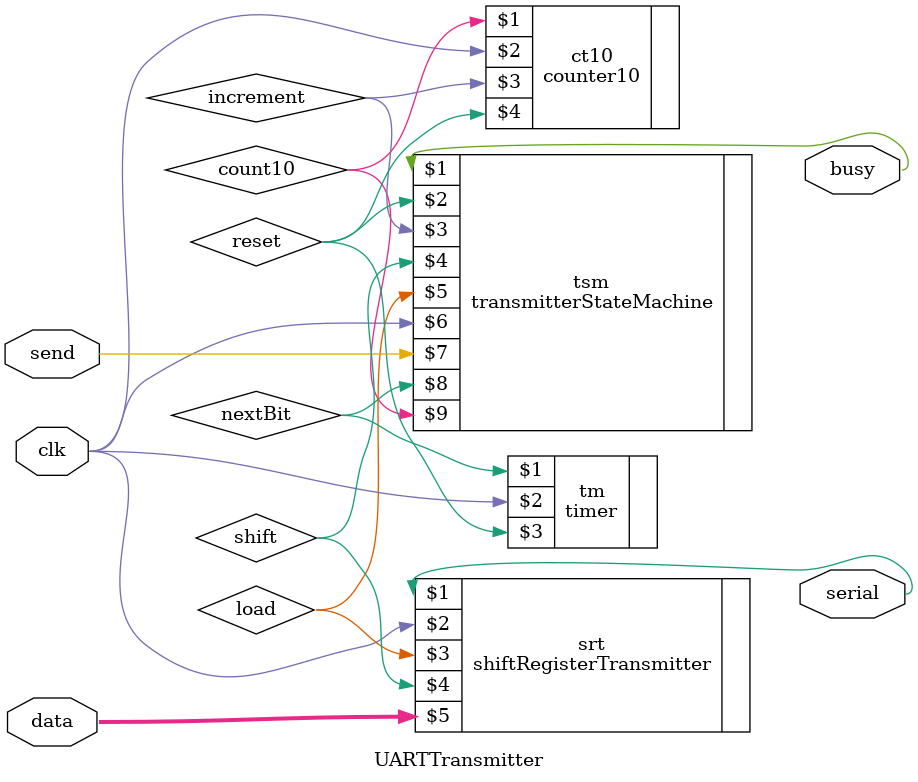
<source format=v>
`timescale 1ns / 1ps


module UARTTransmitter(
    output serial, busy,
    input clk, send,
    input [7:0] data
);

wire reset, increment, shift, load, nextBit, count10;

timer tm(nextBit, clk, reset);

counter10 ct10(count10, clk, increment, reset);

transmitterStateMachine tsm(busy, reset, increment, shift, load, clk, send, nextBit, count10);

shiftRegisterTransmitter srt(serial, clk, load, shift, data);

endmodule

</source>
